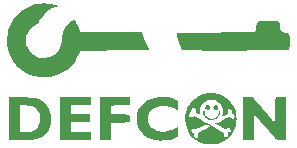
<source format=gbr>
%TF.GenerationSoftware,KiCad,Pcbnew,9.0.1*%
%TF.CreationDate,2025-07-13T22:34:50-07:00*%
%TF.ProjectId,defcon33_keychhain,64656663-6f6e-4333-935f-6b6579636868,rev?*%
%TF.SameCoordinates,Original*%
%TF.FileFunction,Soldermask,Top*%
%TF.FilePolarity,Negative*%
%FSLAX46Y46*%
G04 Gerber Fmt 4.6, Leading zero omitted, Abs format (unit mm)*
G04 Created by KiCad (PCBNEW 9.0.1) date 2025-07-13 22:34:50*
%MOMM*%
%LPD*%
G01*
G04 APERTURE LIST*
%ADD10C,0.000000*%
G04 APERTURE END LIST*
D10*
%TO.C,G\u002A\u002A\u002A*%
G36*
X157912861Y-81789243D02*
G01*
X158005457Y-81793603D01*
X158080270Y-81802235D01*
X158148339Y-81816490D01*
X158220702Y-81837720D01*
X158308400Y-81867273D01*
X158324747Y-81872918D01*
X158638395Y-82006558D01*
X158920016Y-82179079D01*
X159168004Y-82389072D01*
X159380748Y-82635125D01*
X159556640Y-82915829D01*
X159590508Y-82982665D01*
X159669174Y-83151678D01*
X159726334Y-83296500D01*
X159765243Y-83431802D01*
X159789155Y-83572254D01*
X159801324Y-83732525D01*
X159805004Y-83927287D01*
X159805030Y-83949799D01*
X159802034Y-84148992D01*
X159790875Y-84312175D01*
X159768300Y-84454004D01*
X159731056Y-84589134D01*
X159675889Y-84732220D01*
X159599544Y-84897918D01*
X159590309Y-84916933D01*
X159432255Y-85193326D01*
X159244135Y-85432400D01*
X159021464Y-85638583D01*
X158759754Y-85816305D01*
X158584568Y-85909924D01*
X158395741Y-85995287D01*
X158230746Y-86053360D01*
X158091827Y-86086463D01*
X157920596Y-86109080D01*
X157723974Y-86120541D01*
X157520785Y-86120811D01*
X157329852Y-86109860D01*
X157171992Y-86088053D01*
X156882048Y-86005096D01*
X156600782Y-85875373D01*
X156335888Y-85703013D01*
X156136085Y-85532557D01*
X155903615Y-85277936D01*
X155719213Y-85006571D01*
X155672297Y-84907424D01*
X155975851Y-84907424D01*
X155998186Y-84999112D01*
X156055732Y-85082131D01*
X156129029Y-85133462D01*
X156182647Y-85162839D01*
X156203006Y-85203551D01*
X156204116Y-85257938D01*
X156201877Y-85353459D01*
X156208191Y-85414147D01*
X156226588Y-85455826D01*
X156255811Y-85489578D01*
X156333155Y-85534704D01*
X156421465Y-85538757D01*
X156503331Y-85502921D01*
X156536347Y-85470490D01*
X156576245Y-85380192D01*
X156575162Y-85268191D01*
X156549308Y-85180480D01*
X156551553Y-85162654D01*
X156573923Y-85138313D01*
X156621037Y-85104598D01*
X156697513Y-85058654D01*
X156807972Y-84997624D01*
X156957034Y-84918649D01*
X157055818Y-84867218D01*
X157204429Y-84789341D01*
X157336647Y-84718480D01*
X157446154Y-84658149D01*
X157526632Y-84611865D01*
X157571765Y-84583144D01*
X157579258Y-84575902D01*
X157558602Y-84553657D01*
X157506786Y-84518901D01*
X157439040Y-84480079D01*
X157370593Y-84445635D01*
X157316673Y-84424014D01*
X157299250Y-84420641D01*
X157267457Y-84431313D01*
X157197663Y-84461021D01*
X157097528Y-84506296D01*
X156974708Y-84563675D01*
X156836863Y-84629689D01*
X156829844Y-84633091D01*
X156391774Y-84845542D01*
X156310666Y-84773071D01*
X156245385Y-84727153D01*
X156182808Y-84702140D01*
X156168594Y-84700600D01*
X156109676Y-84721552D01*
X156047656Y-84773383D01*
X155997945Y-84839556D01*
X155975954Y-84903535D01*
X155975851Y-84907424D01*
X155672297Y-84907424D01*
X155582871Y-84718440D01*
X155494580Y-84413515D01*
X155454330Y-84091773D01*
X155462112Y-83753190D01*
X155465895Y-83714967D01*
X155481128Y-83621323D01*
X155772593Y-83621323D01*
X155809961Y-83716201D01*
X155846639Y-83760875D01*
X155907048Y-83813220D01*
X155958733Y-83830493D01*
X156017083Y-83812752D01*
X156095047Y-83761829D01*
X156196429Y-83688388D01*
X156716050Y-83980489D01*
X156877036Y-84070993D01*
X157070826Y-84179950D01*
X157285858Y-84300858D01*
X157510568Y-84427216D01*
X157733396Y-84552522D01*
X157942779Y-84670276D01*
X157961021Y-84680536D01*
X158137555Y-84780233D01*
X158300804Y-84873217D01*
X158445204Y-84956257D01*
X158565190Y-85026123D01*
X158655199Y-85079582D01*
X158709665Y-85113406D01*
X158722976Y-85122936D01*
X158748452Y-85177715D01*
X158753784Y-85269361D01*
X158753780Y-85269430D01*
X158758056Y-85357444D01*
X158788076Y-85425947D01*
X158814879Y-85460975D01*
X158876793Y-85521155D01*
X158930575Y-85535584D01*
X158988637Y-85505085D01*
X159021728Y-85474673D01*
X159058630Y-85432392D01*
X159076268Y-85389468D01*
X159079001Y-85327819D01*
X159073886Y-85258340D01*
X159067425Y-85174696D01*
X159070025Y-85129713D01*
X159085563Y-85111415D01*
X159117915Y-85107826D01*
X159122608Y-85107815D01*
X159191543Y-85086469D01*
X159256641Y-85033697D01*
X159300702Y-84966402D01*
X159309919Y-84923753D01*
X159287284Y-84838732D01*
X159228898Y-84763920D01*
X159164177Y-84723860D01*
X159112690Y-84713823D01*
X159061558Y-84731906D01*
X159015738Y-84763643D01*
X158957207Y-84803941D01*
X158913704Y-84826270D01*
X158905985Y-84827855D01*
X158875567Y-84815466D01*
X158805935Y-84780041D01*
X158701841Y-84724197D01*
X158568039Y-84650549D01*
X158409280Y-84561712D01*
X158230318Y-84460301D01*
X158040591Y-84351630D01*
X157975897Y-84304818D01*
X157957767Y-84271238D01*
X157982358Y-84257036D01*
X158045829Y-84268355D01*
X158083830Y-84282480D01*
X158147713Y-84304130D01*
X158195818Y-84299705D01*
X158250602Y-84271224D01*
X158298110Y-84244805D01*
X158382399Y-84200071D01*
X158494764Y-84141554D01*
X158626500Y-84073789D01*
X158768901Y-84001309D01*
X158769032Y-84001242D01*
X159208005Y-83778998D01*
X159298024Y-83858036D01*
X159392785Y-83919860D01*
X159478482Y-83932121D01*
X159553404Y-83895039D01*
X159611173Y-83817855D01*
X159640415Y-83718650D01*
X159619202Y-83625966D01*
X159561737Y-83552796D01*
X159504841Y-83506701D01*
X159458371Y-83480926D01*
X159448407Y-83478957D01*
X159428472Y-83466085D01*
X159423276Y-83421105D01*
X159428940Y-83353838D01*
X159434748Y-83273756D01*
X159424341Y-83222073D01*
X159392005Y-83177380D01*
X159377995Y-83162956D01*
X159294472Y-83108197D01*
X159207268Y-83101332D01*
X159125414Y-83142461D01*
X159107101Y-83159981D01*
X159072791Y-83204021D01*
X159058133Y-83251988D01*
X159058872Y-83323128D01*
X159062465Y-83361805D01*
X159076815Y-83500841D01*
X158868868Y-83610791D01*
X158749662Y-83672706D01*
X158668864Y-83711669D01*
X158620742Y-83730082D01*
X158599568Y-83730347D01*
X158597294Y-83724662D01*
X158603149Y-83695385D01*
X158618450Y-83631137D01*
X158638465Y-83551421D01*
X158670562Y-83329644D01*
X158653137Y-83114663D01*
X158587515Y-82910992D01*
X158475026Y-82723145D01*
X158355994Y-82590884D01*
X158262114Y-82512389D01*
X158155930Y-82438818D01*
X158069255Y-82390561D01*
X157988972Y-82357021D01*
X157914374Y-82336506D01*
X157827930Y-82325918D01*
X157712110Y-82322165D01*
X157680563Y-82321948D01*
X157561990Y-82322926D01*
X157476610Y-82329396D01*
X157406748Y-82344898D01*
X157334733Y-82372976D01*
X157268364Y-82404573D01*
X157097991Y-82510596D01*
X156944892Y-82648117D01*
X156822240Y-82804154D01*
X156772470Y-82893294D01*
X156741618Y-82964318D01*
X156721747Y-83030902D01*
X156710375Y-83107938D01*
X156705019Y-83210320D01*
X156703503Y-83307158D01*
X156701929Y-83418271D01*
X156699445Y-83507681D01*
X156696419Y-83564995D01*
X156693825Y-83580755D01*
X156663525Y-83569151D01*
X156604623Y-83539789D01*
X156532302Y-83500870D01*
X156461745Y-83460595D01*
X156408135Y-83427163D01*
X156403449Y-83423921D01*
X156362219Y-83389477D01*
X156344855Y-83351144D01*
X156345288Y-83289796D01*
X156349249Y-83253142D01*
X156349436Y-83133533D01*
X156315970Y-83049558D01*
X156247113Y-82997195D01*
X156236858Y-82993022D01*
X156147088Y-82981231D01*
X156070465Y-83012294D01*
X156013789Y-83078557D01*
X155983862Y-83172372D01*
X155985670Y-83275638D01*
X155993161Y-83340669D01*
X155984360Y-83369891D01*
X155954357Y-83377110D01*
X155949544Y-83377154D01*
X155896233Y-83394418D01*
X155838104Y-83436307D01*
X155834714Y-83439624D01*
X155780707Y-83525439D01*
X155772593Y-83621323D01*
X155481128Y-83621323D01*
X155514191Y-83418072D01*
X155595135Y-83150115D01*
X155712993Y-82902404D01*
X155872032Y-82666246D01*
X156076517Y-82432948D01*
X156113374Y-82395667D01*
X156271343Y-82247574D01*
X156421992Y-82129147D01*
X156579675Y-82031536D01*
X156758742Y-81945896D01*
X156973545Y-81863379D01*
X156981162Y-81860693D01*
X157058144Y-81834584D01*
X157124946Y-81815691D01*
X157192183Y-81802825D01*
X157270470Y-81794797D01*
X157370421Y-81790415D01*
X157502653Y-81788490D01*
X157630160Y-81787941D01*
X157791441Y-81787806D01*
X157912861Y-81789243D01*
G37*
G36*
X153657538Y-82086263D02*
G01*
X154006106Y-82117251D01*
X154316401Y-82178294D01*
X154591782Y-82270163D01*
X154722014Y-82330227D01*
X154789476Y-82370442D01*
X154824368Y-82414255D01*
X154842041Y-82482419D01*
X154844029Y-82495181D01*
X154850078Y-82564295D01*
X154853119Y-82661791D01*
X154853445Y-82775951D01*
X154851349Y-82895057D01*
X154847124Y-83007393D01*
X154841061Y-83101240D01*
X154833455Y-83164880D01*
X154826773Y-83185883D01*
X154797415Y-83183732D01*
X154736686Y-83162099D01*
X154661342Y-83127414D01*
X154487622Y-83049819D01*
X154290561Y-82977677D01*
X154090021Y-82917377D01*
X153905867Y-82875306D01*
X153848702Y-82866035D01*
X153584625Y-82849275D01*
X153329790Y-82872045D01*
X153090079Y-82931773D01*
X152871375Y-83025891D01*
X152679560Y-83151829D01*
X152520517Y-83307019D01*
X152400129Y-83488890D01*
X152393819Y-83501499D01*
X152360956Y-83574794D01*
X152339326Y-83644175D01*
X152326069Y-83724772D01*
X152318325Y-83831715D01*
X152315024Y-83918283D01*
X152311996Y-84042350D01*
X152313745Y-84130599D01*
X152322638Y-84198055D01*
X152341041Y-84259745D01*
X152371324Y-84330694D01*
X152384452Y-84358966D01*
X152498687Y-84545081D01*
X152653213Y-84708368D01*
X152840354Y-84843041D01*
X153052436Y-84943314D01*
X153225276Y-84992891D01*
X153465561Y-85026420D01*
X153709172Y-85024967D01*
X153962502Y-84987406D01*
X154231946Y-84912609D01*
X154523897Y-84799450D01*
X154652404Y-84741321D01*
X154736999Y-84701976D01*
X154797714Y-84679383D01*
X154838504Y-84678982D01*
X154863321Y-84706208D01*
X154876121Y-84766502D01*
X154880858Y-84865299D01*
X154881485Y-85008038D01*
X154881462Y-85056326D01*
X154881827Y-85207928D01*
X154879331Y-85317864D01*
X154868588Y-85395308D01*
X154844214Y-85449434D01*
X154800823Y-85489416D01*
X154733029Y-85524428D01*
X154635448Y-85563643D01*
X154568241Y-85589887D01*
X154399267Y-85654228D01*
X154255341Y-85701992D01*
X154122492Y-85735851D01*
X153986752Y-85758477D01*
X153834151Y-85772542D01*
X153650721Y-85780718D01*
X153558015Y-85783108D01*
X153342811Y-85785573D01*
X153170042Y-85782127D01*
X153031551Y-85772430D01*
X152921743Y-85756634D01*
X152614069Y-85675641D01*
X152335229Y-85554166D01*
X152079801Y-85389382D01*
X151873443Y-85209611D01*
X151766478Y-85100560D01*
X151687807Y-85009278D01*
X151626477Y-84921117D01*
X151571538Y-84821429D01*
X151549479Y-84776264D01*
X151496436Y-84656453D01*
X151446916Y-84529856D01*
X151409716Y-84419347D01*
X151402913Y-84395190D01*
X151375330Y-84244403D01*
X151361099Y-84063778D01*
X151360178Y-83872125D01*
X151372530Y-83688257D01*
X151398112Y-83530984D01*
X151404804Y-83504408D01*
X151506443Y-83222895D01*
X151649646Y-82967792D01*
X151831353Y-82741025D01*
X152048499Y-82544524D01*
X152298021Y-82380216D01*
X152576858Y-82250029D01*
X152881946Y-82155893D01*
X153210222Y-82099734D01*
X153558623Y-82083481D01*
X153657538Y-82086263D01*
G37*
G36*
X141580956Y-82136917D02*
G01*
X141838905Y-82139814D01*
X142051540Y-82142705D01*
X142224446Y-82145888D01*
X142363211Y-82149662D01*
X142473421Y-82154325D01*
X142560662Y-82160174D01*
X142630520Y-82167509D01*
X142688581Y-82176627D01*
X142740433Y-82187827D01*
X142791662Y-82201407D01*
X142792284Y-82201583D01*
X143093342Y-82310028D01*
X143360087Y-82454537D01*
X143590681Y-82632575D01*
X143783288Y-82841604D01*
X143936071Y-83079088D01*
X144047193Y-83342490D01*
X144114817Y-83629274D01*
X144137107Y-83936903D01*
X144133588Y-84053897D01*
X144095218Y-84368307D01*
X144017360Y-84650690D01*
X143899730Y-84901486D01*
X143742046Y-85121134D01*
X143544025Y-85310071D01*
X143305383Y-85468736D01*
X143179099Y-85532981D01*
X143060455Y-85585730D01*
X142949673Y-85628120D01*
X142838596Y-85661547D01*
X142719066Y-85687404D01*
X142582926Y-85707086D01*
X142422018Y-85721989D01*
X142228186Y-85733505D01*
X141993270Y-85743029D01*
X141939679Y-85744850D01*
X141668653Y-85753012D01*
X141417396Y-85758956D01*
X141190813Y-85762655D01*
X140993807Y-85764082D01*
X140831285Y-85763210D01*
X140708151Y-85760014D01*
X140629310Y-85754465D01*
X140613624Y-85752069D01*
X140588556Y-85742734D01*
X140571543Y-85720056D01*
X140559948Y-85674315D01*
X140551133Y-85595792D01*
X140543765Y-85494663D01*
X140540021Y-85410218D01*
X140536773Y-85281655D01*
X140534021Y-85115257D01*
X140531766Y-84917308D01*
X140530006Y-84694092D01*
X140528743Y-84451893D01*
X140527975Y-84196994D01*
X140527875Y-84101569D01*
X141448564Y-84101569D01*
X141448660Y-84281560D01*
X141449997Y-84443878D01*
X141452686Y-84581664D01*
X141455407Y-84659289D01*
X141474540Y-85088818D01*
X141885266Y-85075872D01*
X142061775Y-85068814D01*
X142198383Y-85059409D01*
X142306078Y-85046386D01*
X142395849Y-85028473D01*
X142465354Y-85008745D01*
X142615092Y-84946033D01*
X142760875Y-84858706D01*
X142888784Y-84756832D01*
X142984901Y-84650475D01*
X143006557Y-84617333D01*
X143107260Y-84404365D01*
X143168496Y-84182463D01*
X143191696Y-83958151D01*
X143178294Y-83737955D01*
X143129722Y-83528400D01*
X143047412Y-83336011D01*
X142932797Y-83167314D01*
X142787310Y-83028833D01*
X142637994Y-82938601D01*
X142531217Y-82895437D01*
X142414104Y-82858227D01*
X142358683Y-82844736D01*
X142291462Y-82835245D01*
X142192677Y-82826643D01*
X142072655Y-82819248D01*
X141941728Y-82813377D01*
X141810223Y-82809350D01*
X141688470Y-82807485D01*
X141586799Y-82808100D01*
X141515539Y-82811513D01*
X141485222Y-82817819D01*
X141479146Y-82848286D01*
X141473312Y-82922796D01*
X141467830Y-83034493D01*
X141462812Y-83176519D01*
X141458368Y-83342016D01*
X141454611Y-83524127D01*
X141451650Y-83715995D01*
X141449598Y-83910761D01*
X141448564Y-84101569D01*
X140527875Y-84101569D01*
X140527702Y-83935678D01*
X140527926Y-83674231D01*
X140528644Y-83418935D01*
X140529858Y-83176075D01*
X140531567Y-82951933D01*
X140533771Y-82752794D01*
X140536469Y-82584942D01*
X140539663Y-82454660D01*
X140543351Y-82368233D01*
X140543831Y-82361039D01*
X140560509Y-82126083D01*
X141580956Y-82136917D01*
G37*
G36*
X146170891Y-82136193D02*
G01*
X147487975Y-82142785D01*
X147487975Y-82460921D01*
X147487975Y-82779057D01*
X146915330Y-82794861D01*
X146727722Y-82799820D01*
X146537063Y-82804470D01*
X146356202Y-82808526D01*
X146197988Y-82811703D01*
X146075270Y-82813715D01*
X146056362Y-82813950D01*
X145770039Y-82817234D01*
X145770039Y-83173546D01*
X145770039Y-83529859D01*
X146489027Y-83530139D01*
X146680412Y-83530763D01*
X146859509Y-83532384D01*
X147018723Y-83534851D01*
X147150457Y-83538016D01*
X147247117Y-83541727D01*
X147301108Y-83545837D01*
X147303456Y-83546195D01*
X147398897Y-83561970D01*
X147398897Y-83876776D01*
X147398414Y-83997247D01*
X147397094Y-84097334D01*
X147395136Y-84167124D01*
X147392736Y-84196705D01*
X147392534Y-84197034D01*
X147366498Y-84198785D01*
X147295700Y-84201182D01*
X147186275Y-84204079D01*
X147044358Y-84207332D01*
X146876082Y-84210795D01*
X146687583Y-84214324D01*
X146584468Y-84216122D01*
X145782765Y-84229759D01*
X145775787Y-84656061D01*
X145768809Y-85082364D01*
X146647480Y-85082364D01*
X147526152Y-85082364D01*
X147526152Y-85409415D01*
X147526152Y-85736465D01*
X147293184Y-85753002D01*
X147217250Y-85756378D01*
X147097834Y-85759168D01*
X146942352Y-85761379D01*
X146758222Y-85763018D01*
X146552860Y-85764093D01*
X146333682Y-85764611D01*
X146108104Y-85764579D01*
X145883544Y-85764003D01*
X145667417Y-85762892D01*
X145467141Y-85761252D01*
X145290132Y-85759091D01*
X145143806Y-85756416D01*
X145035579Y-85753233D01*
X144987424Y-85750775D01*
X144853807Y-85741427D01*
X144853807Y-83935514D01*
X144853807Y-82129601D01*
X146170891Y-82136193D01*
G37*
G36*
X149508610Y-82136182D02*
G01*
X150745691Y-82142785D01*
X150752786Y-82463507D01*
X150759881Y-82784230D01*
X149976533Y-82802522D01*
X149781565Y-82807666D01*
X149603025Y-82813509D01*
X149447260Y-82819753D01*
X149320622Y-82826103D01*
X149229458Y-82832260D01*
X149180119Y-82837927D01*
X149173351Y-82840131D01*
X149166650Y-82871330D01*
X149161957Y-82943603D01*
X149159606Y-83047150D01*
X149159930Y-83172171D01*
X149160626Y-83213742D01*
X149167735Y-83568035D01*
X149929118Y-83574783D01*
X150181580Y-83577887D01*
X150384478Y-83582316D01*
X150539135Y-83588129D01*
X150646875Y-83595385D01*
X150709019Y-83604144D01*
X150725212Y-83610338D01*
X150740572Y-83636130D01*
X150750045Y-83687796D01*
X150754246Y-83772856D01*
X150753792Y-83898829D01*
X150752807Y-83947178D01*
X150745691Y-84255210D01*
X149956713Y-84268860D01*
X149761801Y-84272397D01*
X149583994Y-84275941D01*
X149429475Y-84279344D01*
X149304429Y-84282457D01*
X149215041Y-84285132D01*
X149167496Y-84287220D01*
X149161372Y-84287948D01*
X149159734Y-84313773D01*
X149158252Y-84384039D01*
X149156983Y-84492288D01*
X149155983Y-84632057D01*
X149155309Y-84796889D01*
X149155017Y-84980321D01*
X149155009Y-85015768D01*
X149155009Y-85738151D01*
X149097745Y-85753497D01*
X149050940Y-85758915D01*
X148965582Y-85762634D01*
X148853988Y-85764685D01*
X148728477Y-85765096D01*
X148601368Y-85763898D01*
X148484978Y-85761119D01*
X148391627Y-85756788D01*
X148338079Y-85751682D01*
X148271949Y-85741452D01*
X148255466Y-85418270D01*
X148251807Y-85319863D01*
X148248616Y-85181198D01*
X148245892Y-85008163D01*
X148243637Y-84806647D01*
X148241851Y-84582537D01*
X148240535Y-84341720D01*
X148239689Y-84090085D01*
X148239314Y-83833518D01*
X148239410Y-83577909D01*
X148239979Y-83329144D01*
X148241020Y-83093110D01*
X148242534Y-82875697D01*
X148244522Y-82682791D01*
X148246985Y-82520280D01*
X148249922Y-82394052D01*
X148253336Y-82309995D01*
X148255153Y-82286258D01*
X148271529Y-82129579D01*
X149508610Y-82136182D01*
G37*
G36*
X161285628Y-82263677D02*
G01*
X161337368Y-82320265D01*
X161416211Y-82408246D01*
X161515904Y-82520559D01*
X161630199Y-82650143D01*
X161752842Y-82789940D01*
X161842877Y-82893035D01*
X162078953Y-83163799D01*
X162283711Y-83398411D01*
X162459185Y-83599170D01*
X162607408Y-83768377D01*
X162730415Y-83908331D01*
X162830239Y-84021334D01*
X162908914Y-84109684D01*
X162968474Y-84175684D01*
X163010952Y-84221631D01*
X163038383Y-84249828D01*
X163052801Y-84262574D01*
X163054798Y-84263693D01*
X163060329Y-84241497D01*
X163065352Y-84174596D01*
X163069683Y-84069187D01*
X163073138Y-83931466D01*
X163075532Y-83767628D01*
X163076681Y-83583870D01*
X163076756Y-83525617D01*
X163077381Y-83315437D01*
X163079089Y-83103799D01*
X163081719Y-82901214D01*
X163085105Y-82718193D01*
X163089085Y-82565248D01*
X163093409Y-82454558D01*
X163109959Y-82130059D01*
X163548483Y-82130059D01*
X163987007Y-82130059D01*
X164006214Y-82963576D01*
X164009856Y-83156617D01*
X164012502Y-83371522D01*
X164014202Y-83602984D01*
X164015004Y-83845691D01*
X164014959Y-84094335D01*
X164014116Y-84343605D01*
X164012523Y-84588191D01*
X164010230Y-84822785D01*
X164007286Y-85042075D01*
X164003741Y-85240752D01*
X163999644Y-85413507D01*
X163995043Y-85555029D01*
X163989989Y-85660008D01*
X163984530Y-85723136D01*
X163980469Y-85739605D01*
X163945839Y-85749693D01*
X163872265Y-85757405D01*
X163771658Y-85762620D01*
X163655927Y-85765217D01*
X163536981Y-85765075D01*
X163426729Y-85762071D01*
X163337080Y-85756085D01*
X163279945Y-85746996D01*
X163279118Y-85746752D01*
X163189013Y-85698003D01*
X163101391Y-85611030D01*
X163101213Y-85610805D01*
X163037717Y-85532874D01*
X162950347Y-85428438D01*
X162842769Y-85301676D01*
X162718650Y-85156769D01*
X162581657Y-84997897D01*
X162435455Y-84829239D01*
X162283712Y-84654975D01*
X162130093Y-84479286D01*
X161978266Y-84306351D01*
X161831898Y-84140351D01*
X161694653Y-83985465D01*
X161570200Y-83845874D01*
X161462204Y-83725757D01*
X161374333Y-83629294D01*
X161310252Y-83560666D01*
X161273628Y-83524051D01*
X161266445Y-83519107D01*
X161261750Y-83546661D01*
X161257391Y-83619831D01*
X161253476Y-83733330D01*
X161250110Y-83881873D01*
X161247401Y-84060175D01*
X161245453Y-84262949D01*
X161244374Y-84484910D01*
X161244188Y-84626380D01*
X161244188Y-85719896D01*
X161178904Y-85744717D01*
X161131818Y-85752840D01*
X161046150Y-85759109D01*
X160934192Y-85763406D01*
X160808234Y-85765612D01*
X160680566Y-85765609D01*
X160563481Y-85763278D01*
X160469267Y-85758501D01*
X160414572Y-85752088D01*
X160393416Y-85744949D01*
X160378127Y-85727900D01*
X160367205Y-85692952D01*
X160359149Y-85632114D01*
X160352456Y-85537397D01*
X160345625Y-85400811D01*
X160344675Y-85380153D01*
X160340090Y-85247412D01*
X160336270Y-85071546D01*
X160333216Y-84860326D01*
X160330926Y-84621523D01*
X160329402Y-84362907D01*
X160328643Y-84092250D01*
X160328650Y-83817323D01*
X160329422Y-83545897D01*
X160330960Y-83285743D01*
X160333264Y-83044631D01*
X160336333Y-82830333D01*
X160340167Y-82650619D01*
X160344654Y-82515869D01*
X160361353Y-82130059D01*
X160760902Y-82130059D01*
X161160451Y-82130059D01*
X161285628Y-82263677D01*
G37*
G36*
X143891433Y-74190688D02*
G01*
X143950798Y-74198868D01*
X144084751Y-74221915D01*
X144224927Y-74251551D01*
X144362007Y-74285157D01*
X144486671Y-74320113D01*
X144589600Y-74353797D01*
X144661473Y-74383591D01*
X144692970Y-74406873D01*
X144693251Y-74407611D01*
X144674770Y-74425622D01*
X144617748Y-74449220D01*
X144533538Y-74473912D01*
X144512944Y-74478938D01*
X144220761Y-74573553D01*
X143945988Y-74713930D01*
X143692551Y-74896751D01*
X143464376Y-75118695D01*
X143265387Y-75376443D01*
X143099511Y-75666675D01*
X143093317Y-75679548D01*
X143044040Y-75774606D01*
X142998319Y-75837379D01*
X142942502Y-75883487D01*
X142886534Y-75916134D01*
X142637338Y-76078259D01*
X142417351Y-76280954D01*
X142229483Y-76521207D01*
X142118028Y-76711313D01*
X142003306Y-76933436D01*
X142003306Y-77307113D01*
X142003306Y-77680791D01*
X142117717Y-77902312D01*
X142275602Y-78162405D01*
X142460224Y-78380883D01*
X142675197Y-78561475D01*
X142873026Y-78682004D01*
X142957115Y-78724154D01*
X143027715Y-78752067D01*
X143100842Y-78769546D01*
X143192514Y-78780397D01*
X143318748Y-78788425D01*
X143321656Y-78788579D01*
X143628202Y-78785056D01*
X143906267Y-78740098D01*
X144157901Y-78652999D01*
X144385152Y-78523054D01*
X144586836Y-78352800D01*
X144750647Y-78163450D01*
X144875646Y-77959084D01*
X144964433Y-77732974D01*
X145019611Y-77478389D01*
X145043780Y-77188602D01*
X145044311Y-77169515D01*
X145056365Y-76949597D01*
X145082552Y-76765451D01*
X145126066Y-76603133D01*
X145190100Y-76448701D01*
X145224946Y-76380862D01*
X145300120Y-76258601D01*
X145395786Y-76128496D01*
X145505409Y-75997031D01*
X145622457Y-75870694D01*
X145740394Y-75755970D01*
X145852688Y-75659345D01*
X145952803Y-75587305D01*
X146034207Y-75546337D01*
X146072639Y-75539391D01*
X146097038Y-75561715D01*
X146137862Y-75622424D01*
X146190990Y-75713333D01*
X146252302Y-75826256D01*
X146317675Y-75953007D01*
X146382989Y-76085402D01*
X146444123Y-76215254D01*
X146496955Y-76334378D01*
X146537363Y-76434589D01*
X146561228Y-76507700D01*
X146562215Y-76511773D01*
X146590511Y-76632665D01*
X149192479Y-76632665D01*
X151794448Y-76632665D01*
X151889726Y-76931713D01*
X151954464Y-77116155D01*
X152035714Y-77319008D01*
X152126934Y-77525872D01*
X152221583Y-77722350D01*
X152313122Y-77894043D01*
X152369940Y-77988801D01*
X152416899Y-78063867D01*
X152450515Y-78120770D01*
X152463623Y-78147369D01*
X152463627Y-78147487D01*
X152438752Y-78149251D01*
X152366430Y-78151003D01*
X152250117Y-78152723D01*
X152093268Y-78154390D01*
X151899338Y-78155980D01*
X151671782Y-78157474D01*
X151414056Y-78158849D01*
X151129615Y-78160083D01*
X150821914Y-78161156D01*
X150494408Y-78162045D01*
X150150553Y-78162729D01*
X149988526Y-78162968D01*
X149493556Y-78163752D01*
X149047107Y-78164774D01*
X148646801Y-78166083D01*
X148290259Y-78167731D01*
X147975100Y-78169769D01*
X147698947Y-78172246D01*
X147459419Y-78175214D01*
X147254137Y-78178724D01*
X147080722Y-78182825D01*
X146936795Y-78187569D01*
X146819976Y-78193007D01*
X146727885Y-78199188D01*
X146658145Y-78206164D01*
X146608374Y-78213986D01*
X146576194Y-78222704D01*
X146559226Y-78232368D01*
X146556393Y-78236071D01*
X146537819Y-78272315D01*
X146501691Y-78344430D01*
X146452900Y-78442599D01*
X146396338Y-78557008D01*
X146385172Y-78579659D01*
X146319385Y-78710437D01*
X146251640Y-78840481D01*
X146189929Y-78954711D01*
X146142406Y-79037775D01*
X146096327Y-79117787D01*
X146063228Y-79182429D01*
X146050078Y-79218055D01*
X146050065Y-79218536D01*
X146031556Y-79254111D01*
X145980914Y-79315111D01*
X145905317Y-79394627D01*
X145811945Y-79485751D01*
X145707977Y-79581576D01*
X145600594Y-79675193D01*
X145496974Y-79759693D01*
X145451903Y-79794081D01*
X145113199Y-80015615D01*
X144755083Y-80192984D01*
X144382137Y-80324957D01*
X143998944Y-80410301D01*
X143610088Y-80447783D01*
X143220150Y-80436170D01*
X143110420Y-80423825D01*
X142724107Y-80348580D01*
X142357766Y-80228639D01*
X142014068Y-80067177D01*
X141695682Y-79867369D01*
X141405278Y-79632391D01*
X141145527Y-79365415D01*
X140919098Y-79069619D01*
X140728660Y-78748176D01*
X140576884Y-78404262D01*
X140466440Y-78041051D01*
X140399998Y-77661719D01*
X140380226Y-77269440D01*
X140382477Y-77179859D01*
X140417103Y-76798256D01*
X140491767Y-76442808D01*
X140609196Y-76105044D01*
X140772116Y-75776495D01*
X140901820Y-75566692D01*
X141139430Y-75253645D01*
X141410388Y-74976282D01*
X141710535Y-74736472D01*
X142035710Y-74536079D01*
X142381754Y-74376969D01*
X142744508Y-74261010D01*
X143119812Y-74190065D01*
X143503507Y-74166003D01*
X143891433Y-74190688D01*
G37*
G36*
X163402215Y-75749209D02*
G01*
X163509318Y-75858339D01*
X163509318Y-76117800D01*
X163509318Y-76377262D01*
X163617484Y-76487870D01*
X163677388Y-76544317D01*
X163735771Y-76584242D01*
X163808195Y-76615538D01*
X163910220Y-76646097D01*
X163950292Y-76656654D01*
X164059674Y-76686518D01*
X164132663Y-76712537D01*
X164182554Y-76741909D01*
X164222644Y-76781834D01*
X164252124Y-76820090D01*
X164329314Y-76925350D01*
X164317227Y-77396192D01*
X164310549Y-77594084D01*
X164301050Y-77747958D01*
X164287420Y-77864676D01*
X164268350Y-77951098D01*
X164242529Y-78014085D01*
X164208650Y-78060500D01*
X164186497Y-78081126D01*
X164158810Y-78093805D01*
X164105613Y-78104529D01*
X164021765Y-78113743D01*
X163902126Y-78121892D01*
X163741554Y-78129421D01*
X163548930Y-78136323D01*
X163397597Y-78140348D01*
X163199813Y-78144200D01*
X162960030Y-78147864D01*
X162682697Y-78151322D01*
X162372265Y-78154558D01*
X162033185Y-78157554D01*
X161669909Y-78160294D01*
X161286886Y-78162761D01*
X160888567Y-78164937D01*
X160479404Y-78166806D01*
X160063846Y-78168351D01*
X159646345Y-78169555D01*
X159231351Y-78170400D01*
X158823315Y-78170871D01*
X158426688Y-78170950D01*
X158045921Y-78170620D01*
X157685463Y-78169864D01*
X157349767Y-78168666D01*
X157043283Y-78167007D01*
X156770461Y-78164872D01*
X156582021Y-78162842D01*
X156325685Y-78159431D01*
X156084996Y-78155794D01*
X155864699Y-78152033D01*
X155669543Y-78148250D01*
X155504276Y-78144547D01*
X155373644Y-78141024D01*
X155282395Y-78137785D01*
X155235278Y-78134931D01*
X155229777Y-78133858D01*
X155203936Y-78093206D01*
X155164433Y-78015902D01*
X155116151Y-77912699D01*
X155063978Y-77794345D01*
X155012798Y-77671593D01*
X154970657Y-77563665D01*
X154908961Y-77395184D01*
X154862720Y-77258200D01*
X154827452Y-77137376D01*
X154798675Y-77017373D01*
X154772184Y-76884328D01*
X154736200Y-76690602D01*
X154955174Y-76674580D01*
X155008731Y-76672377D01*
X155109765Y-76669989D01*
X155254855Y-76667450D01*
X155440576Y-76664793D01*
X155663506Y-76662053D01*
X155920221Y-76659264D01*
X156207298Y-76656460D01*
X156521315Y-76653675D01*
X156858846Y-76650944D01*
X157216471Y-76648299D01*
X157590764Y-76645777D01*
X157978304Y-76643410D01*
X158215530Y-76642080D01*
X158684922Y-76639454D01*
X159105932Y-76636906D01*
X159481083Y-76634394D01*
X159812895Y-76631876D01*
X160103889Y-76629311D01*
X160356586Y-76626656D01*
X160573508Y-76623870D01*
X160757175Y-76620910D01*
X160910107Y-76617736D01*
X161034827Y-76614304D01*
X161133854Y-76610574D01*
X161209711Y-76606503D01*
X161264917Y-76602050D01*
X161301995Y-76597172D01*
X161323464Y-76591829D01*
X161326663Y-76590427D01*
X161388453Y-76551409D01*
X161432528Y-76500685D01*
X161462208Y-76429204D01*
X161480809Y-76327910D01*
X161491648Y-76187751D01*
X161493999Y-76133758D01*
X161505079Y-75844286D01*
X161615848Y-75742183D01*
X161726618Y-75640079D01*
X162510865Y-75640079D01*
X163295113Y-75640079D01*
X163402215Y-75749209D01*
G37*
G36*
X157099660Y-83316832D02*
G01*
X157127294Y-83360963D01*
X157115943Y-83416575D01*
X157099787Y-83488504D01*
X157118834Y-83566126D01*
X157176145Y-83657751D01*
X157227743Y-83720151D01*
X157353023Y-83836213D01*
X157488084Y-83906252D01*
X157643299Y-83935142D01*
X157688242Y-83936514D01*
X157834929Y-83924117D01*
X157958798Y-83880866D01*
X158078198Y-83799547D01*
X158112564Y-83769666D01*
X158211918Y-83665440D01*
X158268628Y-83566786D01*
X158288180Y-83462709D01*
X158287049Y-83420001D01*
X158285325Y-83351786D01*
X158298054Y-83318835D01*
X158331888Y-83306111D01*
X158337823Y-83305210D01*
X158405421Y-83305696D01*
X158439152Y-83334183D01*
X158440493Y-83395052D01*
X158410921Y-83492684D01*
X158405635Y-83506391D01*
X158339265Y-83658785D01*
X158271365Y-83772574D01*
X158192327Y-83859411D01*
X158092539Y-83930949D01*
X158024649Y-83968344D01*
X157948239Y-83993597D01*
X157839499Y-84012728D01*
X157716804Y-84024060D01*
X157598532Y-84025917D01*
X157503058Y-84016619D01*
X157500781Y-84016160D01*
X157368502Y-83966988D01*
X157238537Y-83880623D01*
X157125401Y-83769290D01*
X157043604Y-83645214D01*
X157033272Y-83622335D01*
X156999606Y-83542234D01*
X156963017Y-83455833D01*
X156960667Y-83450311D01*
X156939036Y-83370014D01*
X156956945Y-83320981D01*
X157015280Y-83301359D01*
X157032063Y-83300801D01*
X157099660Y-83316832D01*
G37*
G36*
X157457970Y-82799183D02*
G01*
X157521383Y-82848259D01*
X157562351Y-82914900D01*
X157575529Y-82989456D01*
X157555577Y-83062278D01*
X157497152Y-83123718D01*
X157475634Y-83136311D01*
X157369591Y-83170555D01*
X157278176Y-83156139D01*
X157228052Y-83121940D01*
X157171479Y-83040759D01*
X157158162Y-82952826D01*
X157185886Y-82870926D01*
X157252435Y-82807843D01*
X157285172Y-82792315D01*
X157377452Y-82777318D01*
X157457970Y-82799183D01*
G37*
G36*
X158193329Y-82820999D02*
G01*
X158251683Y-82882814D01*
X158274882Y-82968851D01*
X158274916Y-82972553D01*
X158253143Y-83060652D01*
X158196117Y-83125675D01*
X158116280Y-83162332D01*
X158026071Y-83165332D01*
X157937931Y-83129386D01*
X157926277Y-83120797D01*
X157873516Y-83052761D01*
X157854953Y-82969907D01*
X157870824Y-82889447D01*
X157921365Y-82828594D01*
X157922262Y-82828001D01*
X158017125Y-82788881D01*
X158111312Y-82788118D01*
X158193329Y-82820999D01*
G37*
%TD*%
M02*

</source>
